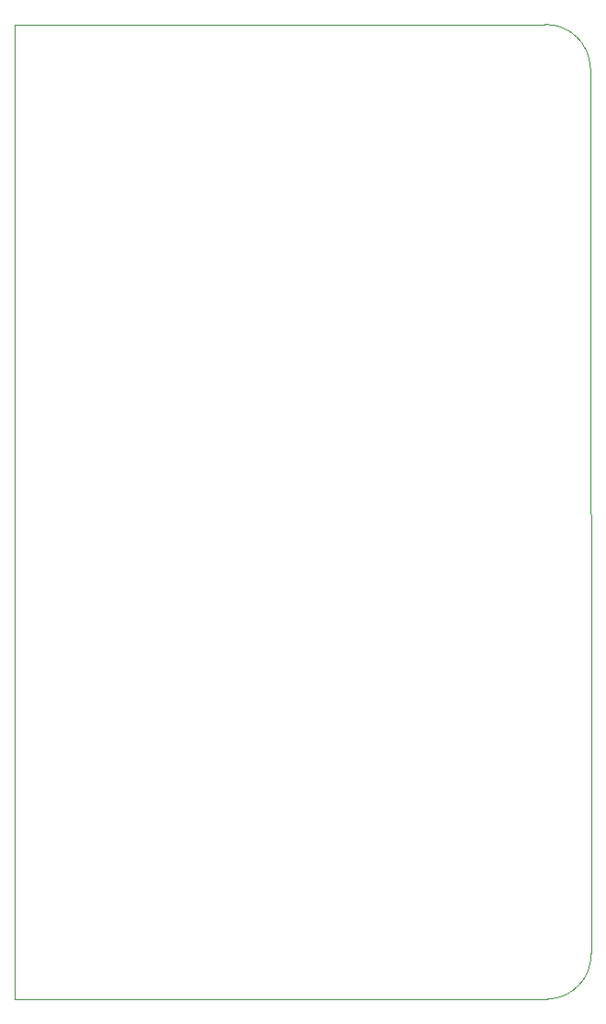
<source format=gm1>
G04 #@! TF.GenerationSoftware,KiCad,Pcbnew,8.0.0*
G04 #@! TF.CreationDate,2024-03-01T09:31:10-05:00*
G04 #@! TF.ProjectId,Rosco-CoPro,526f7363-6f2d-4436-9f50-726f2e6b6963,rev?*
G04 #@! TF.SameCoordinates,Original*
G04 #@! TF.FileFunction,Profile,NP*
%FSLAX46Y46*%
G04 Gerber Fmt 4.6, Leading zero omitted, Abs format (unit mm)*
G04 Created by KiCad (PCBNEW 8.0.0) date 2024-03-01 09:31:10*
%MOMM*%
%LPD*%
G01*
G04 APERTURE LIST*
G04 #@! TA.AperFunction,Profile*
%ADD10C,0.100000*%
G04 #@! TD*
G04 APERTURE END LIST*
D10*
X83430152Y-53571571D02*
X34500000Y-53600000D01*
X34500000Y-53600000D02*
X34499906Y-143500000D01*
X87700000Y-139300000D02*
G75*
G02*
X83700000Y-143500000I-4100000J-100000D01*
G01*
X83430152Y-53571571D02*
G75*
G02*
X87630229Y-57571569I100048J-4100029D01*
G01*
X83700000Y-143500000D02*
X34499906Y-143500000D01*
X87630152Y-57571571D02*
X87700000Y-139300000D01*
M02*

</source>
